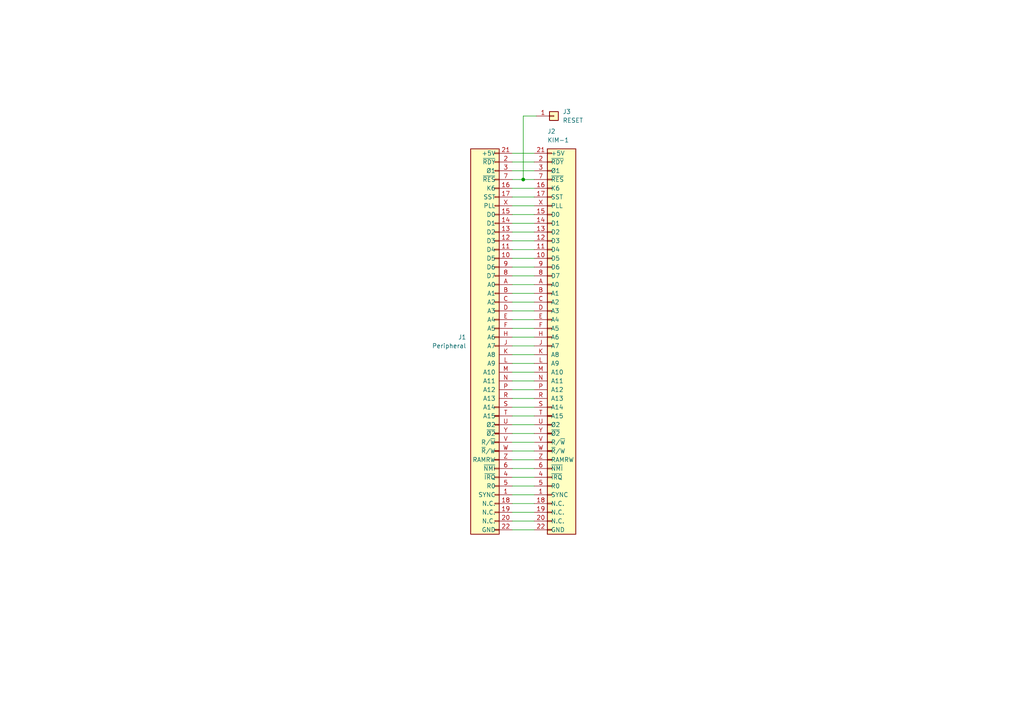
<source format=kicad_sch>
(kicad_sch (version 20230121) (generator eeschema)

  (uuid d746b41a-19da-45b8-8e51-e630d004fe42)

  (paper "A4")

  (lib_symbols
    (symbol "Connector_Generic:Conn_01x01" (pin_names (offset 1.016) hide) (in_bom yes) (on_board yes)
      (property "Reference" "J" (at 0 2.54 0)
        (effects (font (size 1.27 1.27)))
      )
      (property "Value" "Conn_01x01" (at 0 -2.54 0)
        (effects (font (size 1.27 1.27)))
      )
      (property "Footprint" "" (at 0 0 0)
        (effects (font (size 1.27 1.27)) hide)
      )
      (property "Datasheet" "~" (at 0 0 0)
        (effects (font (size 1.27 1.27)) hide)
      )
      (property "ki_keywords" "connector" (at 0 0 0)
        (effects (font (size 1.27 1.27)) hide)
      )
      (property "ki_description" "Generic connector, single row, 01x01, script generated (kicad-library-utils/schlib/autogen/connector/)" (at 0 0 0)
        (effects (font (size 1.27 1.27)) hide)
      )
      (property "ki_fp_filters" "Connector*:*_1x??_*" (at 0 0 0)
        (effects (font (size 1.27 1.27)) hide)
      )
      (symbol "Conn_01x01_1_1"
        (rectangle (start -1.27 0.127) (end 0 -0.127)
          (stroke (width 0.1524) (type default))
          (fill (type none))
        )
        (rectangle (start -1.27 1.27) (end 1.27 -1.27)
          (stroke (width 0.254) (type default))
          (fill (type background))
        )
        (pin passive line (at -5.08 0 0) (length 3.81)
          (name "Pin_1" (effects (font (size 1.27 1.27))))
          (number "1" (effects (font (size 1.27 1.27))))
        )
      )
    )
    (symbol "Kim-1:KIM_EXP_1" (pin_names (offset 1.016)) (in_bom yes) (on_board yes)
      (property "Reference" "P?" (at -1.27 59.69 0)
        (effects (font (size 1.27 1.27)) (justify left))
      )
      (property "Value" "KIM-1" (at -1.27 57.15 0)
        (effects (font (size 1.27 1.27)) (justify left))
      )
      (property "Footprint" "KIM-1_Library:KIM_EDGE" (at -3.175 0 0)
        (effects (font (size 1.27 1.27)) hide)
      )
      (property "Datasheet" "~" (at 0 27.94 0)
        (effects (font (size 1.27 1.27)) hide)
      )
      (property "ki_keywords" "connector" (at 0 0 0)
        (effects (font (size 1.27 1.27)) hide)
      )
      (property "ki_description" "Generic connector, double row, 02x22, counter clockwise pin numbering scheme (similar to DIP packge numbering), script generated (kicad-library-utils/schlib/autogen/connector/)" (at 0 0 0)
        (effects (font (size 1.27 1.27)) hide)
      )
      (property "ki_fp_filters" "Connector*:*_2x??_*" (at 0 0 0)
        (effects (font (size 1.27 1.27)) hide)
      )
      (symbol "KIM_EXP_1_1_1"
        (rectangle (start -1.27 -55.753) (end 0 -56.007)
          (stroke (width 0.1524) (type default))
          (fill (type none))
        )
        (rectangle (start -1.27 -53.213) (end 0 -53.467)
          (stroke (width 0.1524) (type default))
          (fill (type none))
        )
        (rectangle (start -1.27 -50.673) (end 0 -50.927)
          (stroke (width 0.1524) (type default))
          (fill (type none))
        )
        (rectangle (start -1.27 -48.133) (end 0 -48.387)
          (stroke (width 0.1524) (type default))
          (fill (type none))
        )
        (rectangle (start -1.27 -45.593) (end 0 -45.847)
          (stroke (width 0.1524) (type default))
          (fill (type none))
        )
        (rectangle (start -1.27 7.747) (end 0 7.493)
          (stroke (width 0.1524) (type default))
          (fill (type none))
        )
        (rectangle (start -1.27 10.287) (end 0 10.033)
          (stroke (width 0.1524) (type default))
          (fill (type none))
        )
        (rectangle (start -1.27 12.827) (end 0 12.573)
          (stroke (width 0.1524) (type default))
          (fill (type none))
        )
        (rectangle (start -1.27 15.367) (end 0 15.113)
          (stroke (width 0.1524) (type default))
          (fill (type none))
        )
        (rectangle (start -1.27 17.907) (end 0 17.653)
          (stroke (width 0.1524) (type default))
          (fill (type none))
        )
        (rectangle (start -1.27 20.447) (end 0 20.193)
          (stroke (width 0.1524) (type default))
          (fill (type none))
        )
        (rectangle (start -1.27 22.987) (end 0 22.733)
          (stroke (width 0.1524) (type default))
          (fill (type none))
        )
        (rectangle (start -1.27 25.527) (end 0 25.273)
          (stroke (width 0.1524) (type default))
          (fill (type none))
        )
        (rectangle (start -1.27 28.067) (end 0 27.813)
          (stroke (width 0.1524) (type default))
          (fill (type none))
        )
        (rectangle (start -1.27 30.607) (end 0 30.353)
          (stroke (width 0.1524) (type default))
          (fill (type none))
        )
        (rectangle (start -1.27 33.147) (end 0 32.893)
          (stroke (width 0.1524) (type default))
          (fill (type none))
        )
        (rectangle (start -1.27 35.687) (end 0 35.433)
          (stroke (width 0.1524) (type default))
          (fill (type none))
        )
        (rectangle (start -1.27 38.227) (end 0 37.973)
          (stroke (width 0.1524) (type default))
          (fill (type none))
        )
        (rectangle (start -1.27 40.767) (end 0 40.513)
          (stroke (width 0.1524) (type default))
          (fill (type none))
        )
        (rectangle (start -1.27 43.307) (end 0 43.053)
          (stroke (width 0.1524) (type default))
          (fill (type none))
        )
        (rectangle (start -1.27 45.847) (end 0 45.593)
          (stroke (width 0.1524) (type default))
          (fill (type none))
        )
        (rectangle (start -1.27 48.387) (end 0 48.133)
          (stroke (width 0.1524) (type default))
          (fill (type none))
        )
        (rectangle (start -1.27 50.927) (end 0 50.673)
          (stroke (width 0.1524) (type default))
          (fill (type none))
        )
        (rectangle (start -1.27 53.467) (end 0 53.213)
          (stroke (width 0.1524) (type default))
          (fill (type none))
        )
        (rectangle (start -1.27 54.61) (end 6.985 -57.15)
          (stroke (width 0.254) (type default))
          (fill (type background))
        )
        (rectangle (start 0 -56.007) (end -1.27 -55.753)
          (stroke (width 0.1524) (type default))
          (fill (type none))
        )
        (rectangle (start 0 -43.307) (end -1.27 -43.053)
          (stroke (width 0.1524) (type default))
          (fill (type none))
        )
        (rectangle (start 0 -40.767) (end -1.27 -40.513)
          (stroke (width 0.1524) (type default))
          (fill (type none))
        )
        (rectangle (start 0 -38.227) (end -1.27 -37.973)
          (stroke (width 0.1524) (type default))
          (fill (type none))
        )
        (rectangle (start 0 -35.687) (end -1.27 -35.433)
          (stroke (width 0.1524) (type default))
          (fill (type none))
        )
        (rectangle (start 0 -35.687) (end -1.27 -35.433)
          (stroke (width 0.1524) (type default))
          (fill (type none))
        )
        (rectangle (start 0 -33.147) (end -1.27 -32.893)
          (stroke (width 0.1524) (type default))
          (fill (type none))
        )
        (rectangle (start 0 -33.147) (end -1.27 -32.893)
          (stroke (width 0.1524) (type default))
          (fill (type none))
        )
        (rectangle (start 0 -30.607) (end -1.27 -30.353)
          (stroke (width 0.1524) (type default))
          (fill (type none))
        )
        (rectangle (start 0 -30.607) (end -1.27 -30.353)
          (stroke (width 0.1524) (type default))
          (fill (type none))
        )
        (rectangle (start 0 -28.067) (end -1.27 -27.813)
          (stroke (width 0.1524) (type default))
          (fill (type none))
        )
        (rectangle (start 0 -28.067) (end -1.27 -27.813)
          (stroke (width 0.1524) (type default))
          (fill (type none))
        )
        (rectangle (start 0 -25.527) (end -1.27 -25.273)
          (stroke (width 0.1524) (type default))
          (fill (type none))
        )
        (rectangle (start 0 -25.527) (end -1.27 -25.273)
          (stroke (width 0.1524) (type default))
          (fill (type none))
        )
        (rectangle (start 0 -22.987) (end -1.27 -22.733)
          (stroke (width 0.1524) (type default))
          (fill (type none))
        )
        (rectangle (start 0 -22.987) (end -1.27 -22.733)
          (stroke (width 0.1524) (type default))
          (fill (type none))
        )
        (rectangle (start 0 -20.447) (end -1.27 -20.193)
          (stroke (width 0.1524) (type default))
          (fill (type none))
        )
        (rectangle (start 0 -2.667) (end -1.27 -2.413)
          (stroke (width 0.1524) (type default))
          (fill (type none))
        )
        (rectangle (start 0 -0.127) (end -1.27 0.127)
          (stroke (width 0.1524) (type default))
          (fill (type none))
        )
        (rectangle (start 0 2.413) (end -1.27 2.667)
          (stroke (width 0.1524) (type default))
          (fill (type none))
        )
        (rectangle (start 0 4.953) (end -1.27 5.207)
          (stroke (width 0.1524) (type default))
          (fill (type none))
        )
        (pin passive line (at -5.08 -45.72 0) (length 3.81)
          (name "SYNC" (effects (font (size 1.27 1.27))))
          (number "1" (effects (font (size 1.27 1.27))))
        )
        (pin passive line (at -5.08 22.86 0) (length 3.81)
          (name "D5" (effects (font (size 1.27 1.27))))
          (number "10" (effects (font (size 1.27 1.27))))
        )
        (pin passive line (at -5.08 25.4 0) (length 3.81)
          (name "D4" (effects (font (size 1.27 1.27))))
          (number "11" (effects (font (size 1.27 1.27))))
        )
        (pin passive line (at -5.08 27.94 0) (length 3.81)
          (name "D3" (effects (font (size 1.27 1.27))))
          (number "12" (effects (font (size 1.27 1.27))))
        )
        (pin passive line (at -5.08 30.48 0) (length 3.81)
          (name "D2" (effects (font (size 1.27 1.27))))
          (number "13" (effects (font (size 1.27 1.27))))
        )
        (pin passive line (at -5.08 33.02 0) (length 3.81)
          (name "D1" (effects (font (size 1.27 1.27))))
          (number "14" (effects (font (size 1.27 1.27))))
        )
        (pin passive line (at -5.08 35.56 0) (length 3.81)
          (name "D0" (effects (font (size 1.27 1.27))))
          (number "15" (effects (font (size 1.27 1.27))))
        )
        (pin passive line (at -5.08 43.18 0) (length 3.81)
          (name "K6" (effects (font (size 1.27 1.27))))
          (number "16" (effects (font (size 1.27 1.27))))
        )
        (pin passive line (at -5.08 40.64 0) (length 3.81)
          (name "SST" (effects (font (size 1.27 1.27))))
          (number "17" (effects (font (size 1.27 1.27))))
        )
        (pin passive line (at -5.08 -48.26 0) (length 3.81)
          (name "N.C." (effects (font (size 1.27 1.27))))
          (number "18" (effects (font (size 1.27 1.27))))
        )
        (pin passive line (at -5.08 -50.8 0) (length 3.81)
          (name "N.C." (effects (font (size 1.27 1.27))))
          (number "19" (effects (font (size 1.27 1.27))))
        )
        (pin passive line (at -5.08 50.8 0) (length 3.81)
          (name "~{RDY}" (effects (font (size 1.27 1.27))))
          (number "2" (effects (font (size 1.27 1.27))))
        )
        (pin passive line (at -5.08 -53.34 0) (length 3.81)
          (name "N.C." (effects (font (size 1.27 1.27))))
          (number "20" (effects (font (size 1.27 1.27))))
        )
        (pin passive line (at -5.08 53.34 0) (length 3.81)
          (name "+5V" (effects (font (size 1.27 1.27))))
          (number "21" (effects (font (size 1.27 1.27))))
        )
        (pin passive line (at -5.08 -55.88 0) (length 3.81)
          (name "GND" (effects (font (size 1.27 1.27))))
          (number "22" (effects (font (size 1.27 1.27))))
        )
        (pin passive line (at -5.08 48.26 0) (length 3.81)
          (name "Ø1" (effects (font (size 1.27 1.27))))
          (number "3" (effects (font (size 1.27 1.27))))
        )
        (pin passive line (at -5.08 -40.64 0) (length 3.81)
          (name "~{IRQ}" (effects (font (size 1.27 1.27))))
          (number "4" (effects (font (size 1.27 1.27))))
        )
        (pin passive line (at -5.08 -43.18 0) (length 3.81)
          (name "R0" (effects (font (size 1.27 1.27))))
          (number "5" (effects (font (size 1.27 1.27))))
        )
        (pin passive line (at -5.08 -38.1 0) (length 3.81)
          (name "~{NMI}" (effects (font (size 1.27 1.27))))
          (number "6" (effects (font (size 1.27 1.27))))
        )
        (pin passive line (at -5.08 45.72 0) (length 3.81)
          (name "~{RES}" (effects (font (size 1.27 1.27))))
          (number "7" (effects (font (size 1.27 1.27))))
        )
        (pin passive line (at -5.08 17.78 0) (length 3.81)
          (name "D7" (effects (font (size 1.27 1.27))))
          (number "8" (effects (font (size 1.27 1.27))))
        )
        (pin passive line (at -5.08 20.32 0) (length 3.81)
          (name "D6" (effects (font (size 1.27 1.27))))
          (number "9" (effects (font (size 1.27 1.27))))
        )
        (pin passive line (at -5.08 15.24 0) (length 3.81)
          (name "A0" (effects (font (size 1.27 1.27))))
          (number "A" (effects (font (size 1.27 1.27))))
        )
        (pin passive line (at -5.08 12.7 0) (length 3.81)
          (name "A1" (effects (font (size 1.27 1.27))))
          (number "B" (effects (font (size 1.27 1.27))))
        )
        (pin passive line (at -5.08 10.16 0) (length 3.81)
          (name "A2" (effects (font (size 1.27 1.27))))
          (number "C" (effects (font (size 1.27 1.27))))
        )
        (pin passive line (at -5.08 7.62 0) (length 3.81)
          (name "A3" (effects (font (size 1.27 1.27))))
          (number "D" (effects (font (size 1.27 1.27))))
        )
        (pin passive line (at -5.08 5.08 0) (length 3.81)
          (name "A4" (effects (font (size 1.27 1.27))))
          (number "E" (effects (font (size 1.27 1.27))))
        )
        (pin passive line (at -5.08 2.54 0) (length 3.81)
          (name "A5" (effects (font (size 1.27 1.27))))
          (number "F" (effects (font (size 1.27 1.27))))
        )
        (pin passive line (at -5.08 0 0) (length 3.81)
          (name "A6" (effects (font (size 1.27 1.27))))
          (number "H" (effects (font (size 1.27 1.27))))
        )
        (pin passive line (at -5.08 -2.54 0) (length 3.81)
          (name "A7" (effects (font (size 1.27 1.27))))
          (number "J" (effects (font (size 1.27 1.27))))
        )
        (pin passive line (at -5.08 -5.08 0) (length 3.81)
          (name "A8" (effects (font (size 1.27 1.27))))
          (number "K" (effects (font (size 1.27 1.27))))
        )
        (pin passive line (at -5.08 -7.62 0) (length 3.81)
          (name "A9" (effects (font (size 1.27 1.27))))
          (number "L" (effects (font (size 1.27 1.27))))
        )
        (pin passive line (at -5.08 -10.16 0) (length 3.81)
          (name "A10" (effects (font (size 1.27 1.27))))
          (number "M" (effects (font (size 1.27 1.27))))
        )
        (pin passive line (at -5.08 -12.7 0) (length 3.81)
          (name "A11" (effects (font (size 1.27 1.27))))
          (number "N" (effects (font (size 1.27 1.27))))
        )
        (pin passive line (at -5.08 -15.24 0) (length 3.81)
          (name "A12" (effects (font (size 1.27 1.27))))
          (number "P" (effects (font (size 1.27 1.27))))
        )
        (pin passive line (at -5.08 -17.78 0) (length 3.81)
          (name "A13" (effects (font (size 1.27 1.27))))
          (number "R" (effects (font (size 1.27 1.27))))
        )
        (pin passive line (at -5.08 -20.32 0) (length 3.81)
          (name "A14" (effects (font (size 1.27 1.27))))
          (number "S" (effects (font (size 1.27 1.27))))
        )
        (pin passive line (at -5.08 -22.86 0) (length 3.81)
          (name "A15" (effects (font (size 1.27 1.27))))
          (number "T" (effects (font (size 1.27 1.27))))
        )
        (pin passive line (at -5.08 -25.4 0) (length 3.81)
          (name "Ø2" (effects (font (size 1.27 1.27))))
          (number "U" (effects (font (size 1.27 1.27))))
        )
        (pin passive line (at -5.08 -30.48 0) (length 3.81)
          (name "R/~{W}" (effects (font (size 1.27 1.27))))
          (number "V" (effects (font (size 1.27 1.27))))
        )
        (pin passive line (at -5.08 -33.02 0) (length 3.81)
          (name "~{R}/W" (effects (font (size 1.27 1.27))))
          (number "W" (effects (font (size 1.27 1.27))))
        )
        (pin passive line (at -5.08 38.1 0) (length 3.81)
          (name "PLL" (effects (font (size 1.27 1.27))))
          (number "X" (effects (font (size 1.27 1.27))))
        )
        (pin passive line (at -5.08 -27.94 0) (length 3.81)
          (name "~{Ø2}" (effects (font (size 1.27 1.27))))
          (number "Y" (effects (font (size 1.27 1.27))))
        )
        (pin passive line (at -5.08 -35.56 0) (length 3.81)
          (name "RAMRW" (effects (font (size 1.27 1.27))))
          (number "Z" (effects (font (size 1.27 1.27))))
        )
      )
    )
    (symbol "Pal-2:PAL2_EXP" (pin_names (offset 1.016)) (in_bom yes) (on_board yes)
      (property "Reference" "J?" (at 9.525 -1.27 90)
        (effects (font (size 1.27 1.27)))
      )
      (property "Value" "EDGE_CONN" (at 12.065 -1.27 90)
        (effects (font (size 1.27 1.27)))
      )
      (property "Footprint" "PAL2:PinHeader_2x22_P2.54mm_Horizontal" (at -3.175 0 0)
        (effects (font (size 1.27 1.27)) hide)
      )
      (property "Datasheet" "~" (at 0 27.94 0)
        (effects (font (size 1.27 1.27)) hide)
      )
      (property "ki_keywords" "connector" (at 0 0 0)
        (effects (font (size 1.27 1.27)) hide)
      )
      (property "ki_description" "Generic connector, double row, 02x22, counter clockwise pin numbering scheme (similar to DIP packge numbering), script generated (kicad-library-utils/schlib/autogen/connector/)" (at 0 0 0)
        (effects (font (size 1.27 1.27)) hide)
      )
      (property "ki_fp_filters" "Connector*:*_2x??_*" (at 0 0 0)
        (effects (font (size 1.27 1.27)) hide)
      )
      (symbol "PAL2_EXP_1_1"
        (rectangle (start -1.27 -55.753) (end 0 -56.007)
          (stroke (width 0.1524) (type default))
          (fill (type none))
        )
        (rectangle (start -1.27 -53.213) (end 0 -53.467)
          (stroke (width 0.1524) (type default))
          (fill (type none))
        )
        (rectangle (start -1.27 -50.673) (end 0 -50.927)
          (stroke (width 0.1524) (type default))
          (fill (type none))
        )
        (rectangle (start -1.27 -48.133) (end 0 -48.387)
          (stroke (width 0.1524) (type default))
          (fill (type none))
        )
        (rectangle (start -1.27 -45.593) (end 0 -45.847)
          (stroke (width 0.1524) (type default))
          (fill (type none))
        )
        (rectangle (start -1.27 7.747) (end 0 7.493)
          (stroke (width 0.1524) (type default))
          (fill (type none))
        )
        (rectangle (start -1.27 10.287) (end 0 10.033)
          (stroke (width 0.1524) (type default))
          (fill (type none))
        )
        (rectangle (start -1.27 12.827) (end 0 12.573)
          (stroke (width 0.1524) (type default))
          (fill (type none))
        )
        (rectangle (start -1.27 15.367) (end 0 15.113)
          (stroke (width 0.1524) (type default))
          (fill (type none))
        )
        (rectangle (start -1.27 17.907) (end 0 17.653)
          (stroke (width 0.1524) (type default))
          (fill (type none))
        )
        (rectangle (start -1.27 20.447) (end 0 20.193)
          (stroke (width 0.1524) (type default))
          (fill (type none))
        )
        (rectangle (start -1.27 22.987) (end 0 22.733)
          (stroke (width 0.1524) (type default))
          (fill (type none))
        )
        (rectangle (start -1.27 25.527) (end 0 25.273)
          (stroke (width 0.1524) (type default))
          (fill (type none))
        )
        (rectangle (start -1.27 28.067) (end 0 27.813)
          (stroke (width 0.1524) (type default))
          (fill (type none))
        )
        (rectangle (start -1.27 30.607) (end 0 30.353)
          (stroke (width 0.1524) (type default))
          (fill (type none))
        )
        (rectangle (start -1.27 33.147) (end 0 32.893)
          (stroke (width 0.1524) (type default))
          (fill (type none))
        )
        (rectangle (start -1.27 35.687) (end 0 35.433)
          (stroke (width 0.1524) (type default))
          (fill (type none))
        )
        (rectangle (start -1.27 38.227) (end 0 37.973)
          (stroke (width 0.1524) (type default))
          (fill (type none))
        )
        (rectangle (start -1.27 40.767) (end 0 40.513)
          (stroke (width 0.1524) (type default))
          (fill (type none))
        )
        (rectangle (start -1.27 43.307) (end 0 43.053)
          (stroke (width 0.1524) (type default))
          (fill (type none))
        )
        (rectangle (start -1.27 45.847) (end 0 45.593)
          (stroke (width 0.1524) (type default))
          (fill (type none))
        )
        (rectangle (start -1.27 48.387) (end 0 48.133)
          (stroke (width 0.1524) (type default))
          (fill (type none))
        )
        (rectangle (start -1.27 50.927) (end 0 50.673)
          (stroke (width 0.1524) (type default))
          (fill (type none))
        )
        (rectangle (start -1.27 53.467) (end 0 53.213)
          (stroke (width 0.1524) (type default))
          (fill (type none))
        )
        (rectangle (start -1.27 54.61) (end 6.985 -57.15)
          (stroke (width 0.254) (type default))
          (fill (type background))
        )
        (rectangle (start 0 -56.007) (end -1.27 -55.753)
          (stroke (width 0.1524) (type default))
          (fill (type none))
        )
        (rectangle (start 0 -43.307) (end -1.27 -43.053)
          (stroke (width 0.1524) (type default))
          (fill (type none))
        )
        (rectangle (start 0 -40.767) (end -1.27 -40.513)
          (stroke (width 0.1524) (type default))
          (fill (type none))
        )
        (rectangle (start 0 -38.227) (end -1.27 -37.973)
          (stroke (width 0.1524) (type default))
          (fill (type none))
        )
        (rectangle (start 0 -35.687) (end -1.27 -35.433)
          (stroke (width 0.1524) (type default))
          (fill (type none))
        )
        (rectangle (start 0 -35.687) (end -1.27 -35.433)
          (stroke (width 0.1524) (type default))
          (fill (type none))
        )
        (rectangle (start 0 -33.147) (end -1.27 -32.893)
          (stroke (width 0.1524) (type default))
          (fill (type none))
        )
        (rectangle (start 0 -33.147) (end -1.27 -32.893)
          (stroke (width 0.1524) (type default))
          (fill (type none))
        )
        (rectangle (start 0 -30.607) (end -1.27 -30.353)
          (stroke (width 0.1524) (type default))
          (fill (type none))
        )
        (rectangle (start 0 -30.607) (end -1.27 -30.353)
          (stroke (width 0.1524) (type default))
          (fill (type none))
        )
        (rectangle (start 0 -28.067) (end -1.27 -27.813)
          (stroke (width 0.1524) (type default))
          (fill (type none))
        )
        (rectangle (start 0 -28.067) (end -1.27 -27.813)
          (stroke (width 0.1524) (type default))
          (fill (type none))
        )
        (rectangle (start 0 -25.527) (end -1.27 -25.273)
          (stroke (width 0.1524) (type default))
          (fill (type none))
        )
        (rectangle (start 0 -25.527) (end -1.27 -25.273)
          (stroke (width 0.1524) (type default))
          (fill (type none))
        )
        (rectangle (start 0 -22.987) (end -1.27 -22.733)
          (stroke (width 0.1524) (type default))
          (fill (type none))
        )
        (rectangle (start 0 -22.987) (end -1.27 -22.733)
          (stroke (width 0.1524) (type default))
          (fill (type none))
        )
        (rectangle (start 0 -20.447) (end -1.27 -20.193)
          (stroke (width 0.1524) (type default))
          (fill (type none))
        )
        (rectangle (start 0 -2.667) (end -1.27 -2.413)
          (stroke (width 0.1524) (type default))
          (fill (type none))
        )
        (rectangle (start 0 -0.127) (end -1.27 0.127)
          (stroke (width 0.1524) (type default))
          (fill (type none))
        )
        (rectangle (start 0 2.413) (end -1.27 2.667)
          (stroke (width 0.1524) (type default))
          (fill (type none))
        )
        (rectangle (start 0 4.953) (end -1.27 5.207)
          (stroke (width 0.1524) (type default))
          (fill (type none))
        )
        (pin passive line (at -5.08 -45.72 0) (length 3.81)
          (name "SYNC" (effects (font (size 1.27 1.27))))
          (number "1" (effects (font (size 1.27 1.27))))
        )
        (pin passive line (at -5.08 22.86 0) (length 3.81)
          (name "D5" (effects (font (size 1.27 1.27))))
          (number "10" (effects (font (size 1.27 1.27))))
        )
        (pin passive line (at -5.08 25.4 0) (length 3.81)
          (name "D4" (effects (font (size 1.27 1.27))))
          (number "11" (effects (font (size 1.27 1.27))))
        )
        (pin passive line (at -5.08 27.94 0) (length 3.81)
          (name "D3" (effects (font (size 1.27 1.27))))
          (number "12" (effects (font (size 1.27 1.27))))
        )
        (pin passive line (at -5.08 30.48 0) (length 3.81)
          (name "D2" (effects (font (size 1.27 1.27))))
          (number "13" (effects (font (size 1.27 1.27))))
        )
        (pin passive line (at -5.08 33.02 0) (length 3.81)
          (name "D1" (effects (font (size 1.27 1.27))))
          (number "14" (effects (font (size 1.27 1.27))))
        )
        (pin passive line (at -5.08 35.56 0) (length 3.81)
          (name "D0" (effects (font (size 1.27 1.27))))
          (number "15" (effects (font (size 1.27 1.27))))
        )
        (pin passive line (at -5.08 43.18 0) (length 3.81)
          (name "K6" (effects (font (size 1.27 1.27))))
          (number "16" (effects (font (size 1.27 1.27))))
        )
        (pin passive line (at -5.08 40.64 0) (length 3.81)
          (name "SST" (effects (font (size 1.27 1.27))))
          (number "17" (effects (font (size 1.27 1.27))))
        )
        (pin passive line (at -5.08 -48.26 0) (length 3.81)
          (name "N.C." (effects (font (size 1.27 1.27))))
          (number "18" (effects (font (size 1.27 1.27))))
        )
        (pin passive line (at -5.08 -50.8 0) (length 3.81)
          (name "N.C." (effects (font (size 1.27 1.27))))
          (number "19" (effects (font (size 1.27 1.27))))
        )
        (pin passive line (at -5.08 50.8 0) (length 3.81)
          (name "~{RDY}" (effects (font (size 1.27 1.27))))
          (number "2" (effects (font (size 1.27 1.27))))
        )
        (pin passive line (at -5.08 -53.34 0) (length 3.81)
          (name "N.C." (effects (font (size 1.27 1.27))))
          (number "20" (effects (font (size 1.27 1.27))))
        )
        (pin passive line (at -5.08 53.34 0) (length 3.81)
          (name "+5V" (effects (font (size 1.27 1.27))))
          (number "21" (effects (font (size 1.27 1.27))))
        )
        (pin passive line (at -5.08 -55.88 0) (length 3.81)
          (name "GND" (effects (font (size 1.27 1.27))))
          (number "22" (effects (font (size 1.27 1.27))))
        )
        (pin passive line (at -5.08 48.26 0) (length 3.81)
          (name "Ø1" (effects (font (size 1.27 1.27))))
          (number "3" (effects (font (size 1.27 1.27))))
        )
        (pin passive line (at -5.08 -40.64 0) (length 3.81)
          (name "~{IRQ}" (effects (font (size 1.27 1.27))))
          (number "4" (effects (font (size 1.27 1.27))))
        )
        (pin passive line (at -5.08 -43.18 0) (length 3.81)
          (name "R0" (effects (font (size 1.27 1.27))))
          (number "5" (effects (font (size 1.27 1.27))))
        )
        (pin passive line (at -5.08 -38.1 0) (length 3.81)
          (name "~{NMI}" (effects (font (size 1.27 1.27))))
          (number "6" (effects (font (size 1.27 1.27))))
        )
        (pin passive line (at -5.08 45.72 0) (length 3.81)
          (name "~{RES}" (effects (font (size 1.27 1.27))))
          (number "7" (effects (font (size 1.27 1.27))))
        )
        (pin passive line (at -5.08 17.78 0) (length 3.81)
          (name "D7" (effects (font (size 1.27 1.27))))
          (number "8" (effects (font (size 1.27 1.27))))
        )
        (pin passive line (at -5.08 20.32 0) (length 3.81)
          (name "D6" (effects (font (size 1.27 1.27))))
          (number "9" (effects (font (size 1.27 1.27))))
        )
        (pin passive line (at -5.08 15.24 0) (length 3.81)
          (name "A0" (effects (font (size 1.27 1.27))))
          (number "A" (effects (font (size 1.27 1.27))))
        )
        (pin passive line (at -5.08 12.7 0) (length 3.81)
          (name "A1" (effects (font (size 1.27 1.27))))
          (number "B" (effects (font (size 1.27 1.27))))
        )
        (pin passive line (at -5.08 10.16 0) (length 3.81)
          (name "A2" (effects (font (size 1.27 1.27))))
          (number "C" (effects (font (size 1.27 1.27))))
        )
        (pin passive line (at -5.08 7.62 0) (length 3.81)
          (name "A3" (effects (font (size 1.27 1.27))))
          (number "D" (effects (font (size 1.27 1.27))))
        )
        (pin passive line (at -5.08 5.08 0) (length 3.81)
          (name "A4" (effects (font (size 1.27 1.27))))
          (number "E" (effects (font (size 1.27 1.27))))
        )
        (pin passive line (at -5.08 2.54 0) (length 3.81)
          (name "A5" (effects (font (size 1.27 1.27))))
          (number "F" (effects (font (size 1.27 1.27))))
        )
        (pin passive line (at -5.08 0 0) (length 3.81)
          (name "A6" (effects (font (size 1.27 1.27))))
          (number "H" (effects (font (size 1.27 1.27))))
        )
        (pin passive line (at -5.08 -2.54 0) (length 3.81)
          (name "A7" (effects (font (size 1.27 1.27))))
          (number "J" (effects (font (size 1.27 1.27))))
        )
        (pin passive line (at -5.08 -5.08 0) (length 3.81)
          (name "A8" (effects (font (size 1.27 1.27))))
          (number "K" (effects (font (size 1.27 1.27))))
        )
        (pin passive line (at -5.08 -7.62 0) (length 3.81)
          (name "A9" (effects (font (size 1.27 1.27))))
          (number "L" (effects (font (size 1.27 1.27))))
        )
        (pin passive line (at -5.08 -10.16 0) (length 3.81)
          (name "A10" (effects (font (size 1.27 1.27))))
          (number "M" (effects (font (size 1.27 1.27))))
        )
        (pin passive line (at -5.08 -12.7 0) (length 3.81)
          (name "A11" (effects (font (size 1.27 1.27))))
          (number "N" (effects (font (size 1.27 1.27))))
        )
        (pin passive line (at -5.08 -15.24 0) (length 3.81)
          (name "A12" (effects (font (size 1.27 1.27))))
          (number "P" (effects (font (size 1.27 1.27))))
        )
        (pin passive line (at -5.08 -17.78 0) (length 3.81)
          (name "A13" (effects (font (size 1.27 1.27))))
          (number "R" (effects (font (size 1.27 1.27))))
        )
        (pin passive line (at -5.08 -20.32 0) (length 3.81)
          (name "A14" (effects (font (size 1.27 1.27))))
          (number "S" (effects (font (size 1.27 1.27))))
        )
        (pin passive line (at -5.08 -22.86 0) (length 3.81)
          (name "A15" (effects (font (size 1.27 1.27))))
          (number "T" (effects (font (size 1.27 1.27))))
        )
        (pin passive line (at -5.08 -25.4 0) (length 3.81)
          (name "Ø2" (effects (font (size 1.27 1.27))))
          (number "U" (effects (font (size 1.27 1.27))))
        )
        (pin passive line (at -5.08 -30.48 0) (length 3.81)
          (name "R/~{W}" (effects (font (size 1.27 1.27))))
          (number "V" (effects (font (size 1.27 1.27))))
        )
        (pin passive line (at -5.08 -33.02 0) (length 3.81)
          (name "~{R}/W" (effects (font (size 1.27 1.27))))
          (number "W" (effects (font (size 1.27 1.27))))
        )
        (pin passive line (at -5.08 38.1 0) (length 3.81)
          (name "PLL" (effects (font (size 1.27 1.27))))
          (number "X" (effects (font (size 1.27 1.27))))
        )
        (pin passive line (at -5.08 -27.94 0) (length 3.81)
          (name "~{Ø2}" (effects (font (size 1.27 1.27))))
          (number "Y" (effects (font (size 1.27 1.27))))
        )
        (pin passive line (at -5.08 -35.56 0) (length 3.81)
          (name "RAMRW" (effects (font (size 1.27 1.27))))
          (number "Z" (effects (font (size 1.27 1.27))))
        )
      )
    )
  )

  (junction (at 151.765 52.07) (diameter 0) (color 0 0 0 0)
    (uuid 0fc42f20-76df-4c81-a562-e25d14ca0664)
  )

  (wire (pts (xy 148.59 151.13) (xy 154.94 151.13))
    (stroke (width 0) (type default))
    (uuid 193a7cb8-a0d3-45b1-8fcd-ce603ccfc133)
  )
  (wire (pts (xy 148.59 128.27) (xy 154.94 128.27))
    (stroke (width 0) (type default))
    (uuid 1976e022-1117-479c-ac72-beab17bb0c5b)
  )
  (wire (pts (xy 148.59 46.99) (xy 154.94 46.99))
    (stroke (width 0) (type default))
    (uuid 1ac46850-f404-40b5-8694-e18655f647da)
  )
  (wire (pts (xy 148.59 87.63) (xy 154.94 87.63))
    (stroke (width 0) (type default))
    (uuid 1d1cea5c-86e2-4405-bf9a-2dfca9c27c1c)
  )
  (wire (pts (xy 148.59 69.85) (xy 154.94 69.85))
    (stroke (width 0) (type default))
    (uuid 1d8b1be8-2c72-4dee-8f9c-b113fb9212bf)
  )
  (wire (pts (xy 148.59 97.79) (xy 154.94 97.79))
    (stroke (width 0) (type default))
    (uuid 1f0a0ede-aa15-4412-be3c-eccedfa28302)
  )
  (wire (pts (xy 148.59 118.11) (xy 154.94 118.11))
    (stroke (width 0) (type default))
    (uuid 2cf7ce44-e90f-41d6-8f53-8b0bd5ce35ba)
  )
  (wire (pts (xy 148.59 72.39) (xy 154.94 72.39))
    (stroke (width 0) (type default))
    (uuid 2d61788b-e072-4efe-bbd0-ad216f0c3c96)
  )
  (wire (pts (xy 148.59 95.25) (xy 154.94 95.25))
    (stroke (width 0) (type default))
    (uuid 307b7aba-5217-4716-9ed2-5dcc07deac7a)
  )
  (wire (pts (xy 148.59 85.09) (xy 154.94 85.09))
    (stroke (width 0) (type default))
    (uuid 30c24c3e-64fc-4c3a-90f1-b3919513d952)
  )
  (wire (pts (xy 148.59 74.93) (xy 154.94 74.93))
    (stroke (width 0) (type default))
    (uuid 314c2e0b-9903-44ab-9ed1-f941d2056627)
  )
  (wire (pts (xy 148.59 138.43) (xy 154.94 138.43))
    (stroke (width 0) (type default))
    (uuid 315ad721-6bfe-4b4e-9dff-fc4410a55807)
  )
  (wire (pts (xy 148.59 140.97) (xy 154.94 140.97))
    (stroke (width 0) (type default))
    (uuid 42242fef-2123-44d8-afba-6ed7bf204f0c)
  )
  (wire (pts (xy 151.765 52.07) (xy 151.765 33.655))
    (stroke (width 0) (type default))
    (uuid 4a522d5e-8940-4e79-93b8-6318b6127c9a)
  )
  (wire (pts (xy 148.59 120.65) (xy 154.94 120.65))
    (stroke (width 0) (type default))
    (uuid 4db351ee-ebd7-4968-a148-8dbe1147fd55)
  )
  (wire (pts (xy 148.59 80.01) (xy 154.94 80.01))
    (stroke (width 0) (type default))
    (uuid 54948a63-ead3-4720-ae0e-932efdfbdd95)
  )
  (wire (pts (xy 151.765 33.655) (xy 155.575 33.655))
    (stroke (width 0) (type default))
    (uuid 563a315d-de20-4455-b9ba-ba1c33f8eae2)
  )
  (wire (pts (xy 148.59 57.15) (xy 154.94 57.15))
    (stroke (width 0) (type default))
    (uuid 5ecc0633-57ae-4fec-abba-1055157612ba)
  )
  (wire (pts (xy 148.59 54.61) (xy 154.94 54.61))
    (stroke (width 0) (type default))
    (uuid 62ca3ccd-24a6-4946-98bc-0128e63c2c67)
  )
  (wire (pts (xy 148.59 92.71) (xy 154.94 92.71))
    (stroke (width 0) (type default))
    (uuid 6474f08a-9da9-454a-bc41-e0bc0afd03ad)
  )
  (wire (pts (xy 148.59 130.81) (xy 154.94 130.81))
    (stroke (width 0) (type default))
    (uuid 66067b84-d801-413a-8a0a-96123383f7ea)
  )
  (wire (pts (xy 148.59 148.59) (xy 154.94 148.59))
    (stroke (width 0) (type default))
    (uuid 67cb535d-c44d-4b0a-80cc-e13a1eddfdb8)
  )
  (wire (pts (xy 148.59 67.31) (xy 154.94 67.31))
    (stroke (width 0) (type default))
    (uuid 70c1181f-5516-4bd9-95a2-5432c1b2a912)
  )
  (wire (pts (xy 148.59 143.51) (xy 154.94 143.51))
    (stroke (width 0) (type default))
    (uuid 72dce122-69f5-4857-ae21-ed09f85c10d2)
  )
  (wire (pts (xy 148.59 59.69) (xy 154.94 59.69))
    (stroke (width 0) (type default))
    (uuid 7324f95f-f097-497a-8198-af246cdc83a8)
  )
  (wire (pts (xy 148.59 82.55) (xy 154.94 82.55))
    (stroke (width 0) (type default))
    (uuid 73cfe444-7fee-4a1a-a726-1bcf5767023d)
  )
  (wire (pts (xy 148.59 44.45) (xy 154.94 44.45))
    (stroke (width 0) (type default))
    (uuid 75d0f493-6b18-4c8b-822a-1cbfc7808f60)
  )
  (wire (pts (xy 148.59 49.53) (xy 154.94 49.53))
    (stroke (width 0) (type default))
    (uuid 7befd5ef-6265-458e-bdb7-7a05405665c0)
  )
  (wire (pts (xy 148.59 133.35) (xy 154.94 133.35))
    (stroke (width 0) (type default))
    (uuid 7d3bdefa-352e-42cc-b203-4f3052bc1c8f)
  )
  (wire (pts (xy 148.59 77.47) (xy 154.94 77.47))
    (stroke (width 0) (type default))
    (uuid 7e4acf75-b4a7-40b7-b9d8-124533bf6284)
  )
  (wire (pts (xy 148.59 52.07) (xy 151.765 52.07))
    (stroke (width 0) (type default))
    (uuid 856eda0f-e5e9-4bf1-a6b4-7be3a9f01cbe)
  )
  (wire (pts (xy 148.59 105.41) (xy 154.94 105.41))
    (stroke (width 0) (type default))
    (uuid 946ed762-85f9-4d4a-86dc-e2f073cb59d2)
  )
  (wire (pts (xy 148.59 110.49) (xy 154.94 110.49))
    (stroke (width 0) (type default))
    (uuid 9f281aab-4de3-42d1-929f-d14e4a5c24cb)
  )
  (wire (pts (xy 148.59 135.89) (xy 154.94 135.89))
    (stroke (width 0) (type default))
    (uuid a8d5a5ff-c2fd-4c1f-b3e3-2cc593d7d43c)
  )
  (wire (pts (xy 151.765 52.07) (xy 154.94 52.07))
    (stroke (width 0) (type default))
    (uuid b7bc3514-780f-480f-8fbb-bf3661fab6bb)
  )
  (wire (pts (xy 148.59 113.03) (xy 154.94 113.03))
    (stroke (width 0) (type default))
    (uuid baa51ad7-d11e-4339-a768-8b72abde7072)
  )
  (wire (pts (xy 148.59 123.19) (xy 154.94 123.19))
    (stroke (width 0) (type default))
    (uuid c597faa0-1bf1-4bf7-a418-7f44d036f7af)
  )
  (wire (pts (xy 148.59 115.57) (xy 154.94 115.57))
    (stroke (width 0) (type default))
    (uuid c84e1633-1b43-4276-a8f3-da928fe2814a)
  )
  (wire (pts (xy 148.59 64.77) (xy 154.94 64.77))
    (stroke (width 0) (type default))
    (uuid ca2a12ba-5d2c-4c58-a5da-fec19fc6bc81)
  )
  (wire (pts (xy 148.59 107.95) (xy 154.94 107.95))
    (stroke (width 0) (type default))
    (uuid cc383314-9821-474e-8211-01733289be12)
  )
  (wire (pts (xy 148.59 146.05) (xy 154.94 146.05))
    (stroke (width 0) (type default))
    (uuid cf62b1d7-41a8-4c9a-a2b9-00248b9cf964)
  )
  (wire (pts (xy 148.59 90.17) (xy 154.94 90.17))
    (stroke (width 0) (type default))
    (uuid d94276f0-860e-42ce-a72d-21ca5805fae7)
  )
  (wire (pts (xy 148.59 102.87) (xy 154.94 102.87))
    (stroke (width 0) (type default))
    (uuid e575b274-8cc1-422f-b4de-e1b112f30096)
  )
  (wire (pts (xy 148.59 153.67) (xy 154.94 153.67))
    (stroke (width 0) (type default))
    (uuid eda97ba8-8ada-4226-b80a-709fa8871226)
  )
  (wire (pts (xy 148.59 100.33) (xy 154.94 100.33))
    (stroke (width 0) (type default))
    (uuid efe903c5-4899-4252-88fb-9e6373eb46aa)
  )
  (wire (pts (xy 148.59 62.23) (xy 154.94 62.23))
    (stroke (width 0) (type default))
    (uuid f4ee9ac2-1bc8-4ec8-8710-91d327c2ccf1)
  )
  (wire (pts (xy 148.59 125.73) (xy 154.94 125.73))
    (stroke (width 0) (type default))
    (uuid fa7eb600-9e00-429e-b25e-7e0abc5a44d2)
  )

  (symbol (lib_id "Connector_Generic:Conn_01x01") (at 160.655 33.655 0) (unit 1)
    (in_bom yes) (on_board yes) (dnp no) (fields_autoplaced)
    (uuid 7858d895-33f7-46cc-a03a-b703f2332b8e)
    (property "Reference" "J3" (at 163.195 32.385 0)
      (effects (font (size 1.27 1.27)) (justify left))
    )
    (property "Value" "RESET" (at 163.195 34.925 0)
      (effects (font (size 1.27 1.27)) (justify left))
    )
    (property "Footprint" "Connector_PinHeader_2.54mm:PinHeader_1x01_P2.54mm_Horizontal" (at 160.655 33.655 0)
      (effects (font (size 1.27 1.27)) hide)
    )
    (property "Datasheet" "~" (at 160.655 33.655 0)
      (effects (font (size 1.27 1.27)) hide)
    )
    (pin "1" (uuid 443f2f39-f759-4a5c-9987-00449ea98442))
    (instances
      (project "pal-2-kim-adapter"
        (path "/d746b41a-19da-45b8-8e51-e630d004fe42"
          (reference "J3") (unit 1)
        )
      )
    )
  )

  (symbol (lib_id "Kim-1:KIM_EXP_1") (at 160.02 97.79 0) (unit 1)
    (in_bom yes) (on_board yes) (dnp no)
    (uuid 7fb50483-71e6-47b4-af87-791bca6d3f95)
    (property "Reference" "J2" (at 158.75 38.1 0)
      (effects (font (size 1.27 1.27)) (justify left))
    )
    (property "Value" "KIM-1" (at 158.75 40.64 0)
      (effects (font (size 1.27 1.27)) (justify left))
    )
    (property "Footprint" "Kim-1:KIM_EDGE" (at 156.845 97.79 0)
      (effects (font (size 1.27 1.27)) hide)
    )
    (property "Datasheet" "~" (at 160.02 69.85 0)
      (effects (font (size 1.27 1.27)) hide)
    )
    (pin "1" (uuid 455ace50-de09-47fc-9add-5849e404d25c))
    (pin "10" (uuid 60224b85-3986-4f1d-a935-39e3abc8a26d))
    (pin "11" (uuid c99bfc14-800b-4f18-bb29-b89c09b8f3eb))
    (pin "12" (uuid 8e7dc816-4490-48ea-8088-9736ce63af5a))
    (pin "13" (uuid 41a5494e-4305-4538-9136-6b6bd9dd2483))
    (pin "14" (uuid f39ddab9-5197-48fa-9ba2-456d82971f65))
    (pin "15" (uuid 8554fd9b-dce7-44ad-a11e-d5d57220a395))
    (pin "16" (uuid 6bbeb366-da00-426d-bb01-2a9354db3e52))
    (pin "17" (uuid 70506cd1-2963-4823-8d03-8009876c77e3))
    (pin "18" (uuid 17284bd3-c78c-449e-8233-e01e000ab6ff))
    (pin "19" (uuid 24e288c2-3257-4e7d-aadb-e1a9633e1a23))
    (pin "2" (uuid 0ef49bbe-751a-4bbe-b535-513f917a0291))
    (pin "20" (uuid 94280769-f758-45c4-885a-5b9bf65204a0))
    (pin "21" (uuid 2f35b806-683a-4bb8-8387-eaeaef0bd85c))
    (pin "22" (uuid 0c767887-4986-4609-aa10-16bdd99ed571))
    (pin "3" (uuid 87fe487e-8b15-4590-b569-98e7c44fe333))
    (pin "4" (uuid b4d7888d-b03a-49ff-a665-f1675a87a8ea))
    (pin "5" (uuid d95bec2b-6314-4b45-a5aa-1efdca21a781))
    (pin "6" (uuid 33fd9716-e28c-4325-94a7-037fe18f8044))
    (pin "7" (uuid 1951dabf-baef-4be7-a96a-f8e2cdc74b09))
    (pin "8" (uuid 0fe15f48-3b46-4f8d-8e5e-f7d7e62e8ad6))
    (pin "9" (uuid 6eb7fda5-21f0-41e6-bbda-9551937f7bb9))
    (pin "A" (uuid ab79383b-55dd-4460-9e97-89c9dca5f052))
    (pin "B" (uuid e01ebbe2-f50b-4842-8664-d1c740a814c6))
    (pin "C" (uuid 68841a94-0ba6-42aa-98c6-d72542bd6be0))
    (pin "D" (uuid 427ee9c1-f5c2-42f1-bccc-1b1179e19c66))
    (pin "E" (uuid a1f06c79-55e2-4e68-b631-f119b864c365))
    (pin "F" (uuid afbda51c-66ee-42ac-b717-6958ea6846a8))
    (pin "H" (uuid a9bb5220-1631-41d1-b6fd-aa713170477c))
    (pin "J" (uuid 3480a511-d1ac-401d-abae-704fabeec7d8))
    (pin "K" (uuid 5bae63ef-6862-478d-ae97-887d50422365))
    (pin "L" (uuid 2b98253d-d50e-4121-93a9-623e8cb9b4c6))
    (pin "M" (uuid 212dfe14-0f19-4d7f-b59d-a7177c812e92))
    (pin "N" (uuid edbc742a-217e-4ae9-b319-f0a964508d98))
    (pin "P" (uuid faa97269-d735-46a6-8778-d65cd7eeada3))
    (pin "R" (uuid 0bc77923-10e3-4a27-a36b-b9f9dcdec5c6))
    (pin "S" (uuid f7ca2696-4b01-49cc-9a40-e8fff78f97b6))
    (pin "T" (uuid e62aa2a6-e643-4947-82b4-bb917ebe006b))
    (pin "U" (uuid a2d6970d-2626-4446-80f7-ccad95dd11c6))
    (pin "V" (uuid ffabb10a-121d-4e15-940a-9a32c6cc4c74))
    (pin "W" (uuid ce4d1a20-aa67-476c-b67c-14d4491110e6))
    (pin "X" (uuid fb21727a-7e7c-4eb1-8719-950d91f89c5e))
    (pin "Y" (uuid 2b56176d-c9f1-47f2-9908-9dcded89659a))
    (pin "Z" (uuid c06de748-9f5c-48c2-8cb9-5802701e8c2e))
    (instances
      (project "pal-2-kim-adapter"
        (path "/d746b41a-19da-45b8-8e51-e630d004fe42"
          (reference "J2") (unit 1)
        )
      )
    )
  )

  (symbol (lib_id "Pal-2:PAL2_EXP") (at 143.51 97.79 0) (mirror y) (unit 1)
    (in_bom yes) (on_board yes) (dnp no)
    (uuid f48b24a3-5977-41ab-8840-7f8e8e27bffa)
    (property "Reference" "J1" (at 135.255 97.79 0)
      (effects (font (size 1.27 1.27)) (justify left))
    )
    (property "Value" "Peripheral" (at 135.255 100.33 0)
      (effects (font (size 1.27 1.27)) (justify left))
    )
    (property "Footprint" "Pal-2:PinSocket_2x22_P2.54mm_Horizontal" (at 146.685 97.79 0)
      (effects (font (size 1.27 1.27)) hide)
    )
    (property "Datasheet" "~" (at 143.51 69.85 0)
      (effects (font (size 1.27 1.27)) hide)
    )
    (pin "R" (uuid 032491a3-4fac-436e-9753-c1802c8f0fff))
    (pin "16" (uuid 3a1b1c17-36a0-468d-b7ce-9a1943ee27d1))
    (pin "8" (uuid df41985e-2889-4cf6-98b1-b0c313b2d655))
    (pin "A" (uuid 1f6a6286-607e-40d8-8ff5-2a13d3d8d9e3))
    (pin "L" (uuid f745c846-0654-4af2-a7a7-5b20e2a231be))
    (pin "M" (uuid 40c5ea61-8ec7-4214-81cf-14c9d7ace400))
    (pin "X" (uuid b309fd68-34a1-4ecb-8105-47b4fd31e90b))
    (pin "19" (uuid a3ba70f3-b606-40b9-adf2-022857d14d3f))
    (pin "E" (uuid df995305-2ff1-4669-a02b-d8ea81a1be8f))
    (pin "15" (uuid 1d3f70ad-c592-4de8-bb33-4900b08d3294))
    (pin "W" (uuid 7d68c68c-5167-46fb-b2a9-3e6561e7b300))
    (pin "14" (uuid b3aa66e0-b8e3-4d50-a1ba-3f1489369337))
    (pin "P" (uuid 2ad3c443-dfeb-4844-b21d-432201f6df07))
    (pin "9" (uuid 136a54e3-d89b-430c-ae16-0e0bc73234ee))
    (pin "V" (uuid d6e68cb1-d8ad-40a2-9de4-b06ade000349))
    (pin "21" (uuid fbbb1d43-3dc1-409a-8a90-57b4f00a7813))
    (pin "S" (uuid deeb4791-ecf6-41ba-8ad1-5b80b26486ed))
    (pin "13" (uuid ab6cbcb3-d2a2-4cbe-a08d-4b4ba61ba5a4))
    (pin "18" (uuid f29b5f18-caba-4343-91e2-08bcc39e5968))
    (pin "T" (uuid f29bd39c-27f1-4a5a-8b27-63ae667449b3))
    (pin "10" (uuid e27fd375-ee08-41bc-8e10-c92e23be298d))
    (pin "Y" (uuid cd7dbd9b-c393-47dc-8a0d-78d85fa881c9))
    (pin "D" (uuid 0c572b14-cbd2-427d-b8db-b9e4eabab739))
    (pin "11" (uuid 2032923c-a4a7-4799-85c6-90c5fba4a9d4))
    (pin "3" (uuid 51589ff1-c7f1-49cc-8f8b-44cbf372a85a))
    (pin "C" (uuid 28bb0205-6d0c-4f7f-9b6f-cb3f14f1b07a))
    (pin "H" (uuid 9ef00a1a-d02c-41d4-aa34-c392c7a22f01))
    (pin "5" (uuid 0c9e0531-e3a7-40d4-b714-b67d8bd9ad19))
    (pin "N" (uuid 8f9601ad-ae85-4d95-9ec7-f819a44f0653))
    (pin "U" (uuid 055fb96c-8ea4-4fc4-a9f3-36054b94d8b8))
    (pin "17" (uuid bfc0ca92-8fca-4a46-bee9-50706070f681))
    (pin "7" (uuid 287ef8fb-2435-43a2-be60-236a68ed5b19))
    (pin "4" (uuid 76559151-430a-46a8-b1f5-d34e9c4d1f6b))
    (pin "20" (uuid fb4ad222-eb4c-4d90-8bbb-a098f7123cad))
    (pin "Z" (uuid a0f56ca7-1a50-4aa5-b71a-6cda33173fa8))
    (pin "F" (uuid ffb2bf28-7efb-467d-ace0-b92a0180c6da))
    (pin "12" (uuid 6975fadb-32ca-4f43-81b2-e36239e54750))
    (pin "1" (uuid 06b60f79-c249-41c5-b82c-21df12657d0a))
    (pin "2" (uuid e9fee1b6-78d8-4222-960d-7c3484355b32))
    (pin "B" (uuid 1ec9bb85-a076-418e-9c93-20d911739193))
    (pin "22" (uuid 73229ffe-6553-437a-b759-253f495a445d))
    (pin "6" (uuid 8af1f6e2-3107-41bb-a988-177fd4d8522c))
    (pin "J" (uuid 5e736552-55b4-448f-b914-37f443a3aab9))
    (pin "K" (uuid ca44dc77-b5f3-47d3-a944-6a5d65c3a48b))
    (instances
      (project "pal-2-kim-adapter"
        (path "/d746b41a-19da-45b8-8e51-e630d004fe42"
          (reference "J1") (unit 1)
        )
      )
    )
  )

  (sheet_instances
    (path "/" (page "1"))
  )
)

</source>
